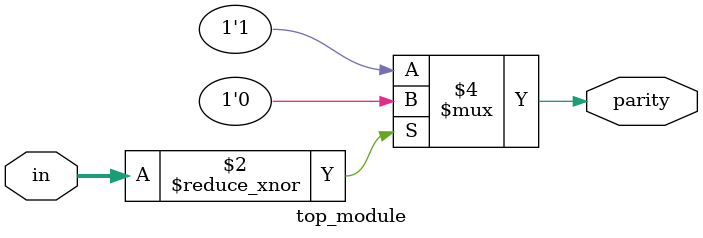
<source format=v>
module top_module (
    input [7:0] in,
    output parity); 

    always@(*) begin
        if(~^in)
            parity = 1'b0;
        else
            parity = 1'b1;
    end
            
endmodule
</source>
